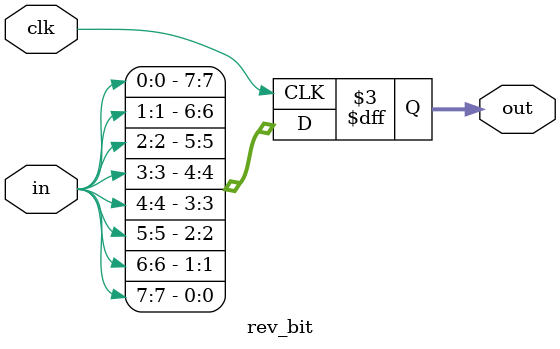
<source format=v>
module rev_bit(clk,in,out);
  input wire clk;
  parameter N=8;
  input wire [N-1:0]in;
  output wire [N-1:0]out;

  integer i;
  always@(posedge clk)
    begin
     for(i=0;i<N;i++)
       begin
        out[i]<=in[N-1-i];
       end
    end
endmodule
      
  
  

</source>
